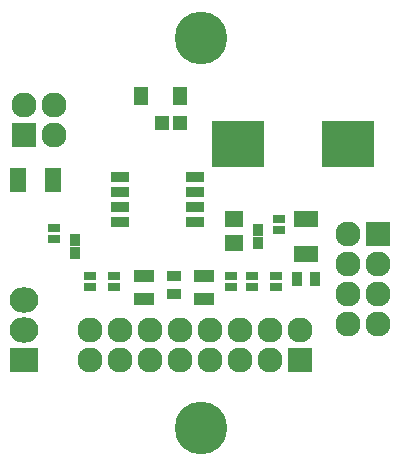
<source format=gts>
G04 #@! TF.FileFunction,Soldermask,Top*
%FSLAX46Y46*%
G04 Gerber Fmt 4.6, Leading zero omitted, Abs format (unit mm)*
G04 Created by KiCad (PCBNEW 4.0.2-stable) date Thursday, June 23, 2016 'PMt' 10:58:24 PM*
%MOMM*%
G01*
G04 APERTURE LIST*
%ADD10C,0.100000*%
%ADD11R,1.000000X0.800000*%
%ADD12R,2.127200X2.127200*%
%ADD13O,2.127200X2.127200*%
%ADD14R,1.543000X0.908000*%
%ADD15R,4.489400X3.905200*%
%ADD16R,1.400000X2.000000*%
%ADD17R,2.432000X2.127200*%
%ADD18O,2.432000X2.127200*%
%ADD19R,1.200000X1.150000*%
%ADD20R,0.900000X1.000000*%
%ADD21R,1.650000X1.400000*%
%ADD22R,2.000000X1.400000*%
%ADD23R,1.310000X1.620000*%
%ADD24C,4.464000*%
%ADD25R,1.700000X1.100000*%
%ADD26R,1.300000X0.900000*%
%ADD27R,0.900000X1.300000*%
G04 APERTURE END LIST*
D10*
D11*
X80518000Y-50938000D03*
X80518000Y-50038000D03*
D12*
X96266000Y-57150000D03*
D13*
X96266000Y-54610000D03*
X93726000Y-57150000D03*
X93726000Y-54610000D03*
X91186000Y-57150000D03*
X91186000Y-54610000D03*
X88646000Y-57150000D03*
X88646000Y-54610000D03*
X86106000Y-57150000D03*
X86106000Y-54610000D03*
X83566000Y-57150000D03*
X83566000Y-54610000D03*
X81026000Y-57150000D03*
X81026000Y-54610000D03*
X78486000Y-57150000D03*
X78486000Y-54610000D03*
D14*
X87376000Y-41656000D03*
X87376000Y-42926000D03*
X87376000Y-44196000D03*
X87376000Y-45466000D03*
X81026000Y-45466000D03*
X81026000Y-44196000D03*
X81026000Y-42926000D03*
X81026000Y-41656000D03*
D15*
X91059000Y-38862000D03*
X100330000Y-38862000D03*
D12*
X72898000Y-38100000D03*
D13*
X75438000Y-38100000D03*
X72898000Y-35560000D03*
X75438000Y-35560000D03*
D16*
X75390000Y-41910000D03*
X72390000Y-41910000D03*
D17*
X72898000Y-57150000D03*
D18*
X72898000Y-54610000D03*
X72898000Y-52070000D03*
D19*
X86106000Y-37084000D03*
X84606000Y-37084000D03*
D20*
X77216000Y-46990000D03*
X77216000Y-48090000D03*
X92710000Y-47244000D03*
X92710000Y-46144000D03*
D21*
X90678000Y-47244000D03*
X90678000Y-45244000D03*
D22*
X96774000Y-48212000D03*
X96774000Y-45212000D03*
D23*
X86106000Y-34798000D03*
X82836000Y-34798000D03*
D12*
X102870000Y-46482000D03*
D13*
X100330000Y-46482000D03*
X102870000Y-49022000D03*
X100330000Y-49022000D03*
X102870000Y-51562000D03*
X100330000Y-51562000D03*
X102870000Y-54102000D03*
X100330000Y-54102000D03*
D24*
X87884000Y-29845000D03*
X87884000Y-62865000D03*
D11*
X78486000Y-50938000D03*
X78486000Y-50038000D03*
D25*
X83058000Y-51938000D03*
X83058000Y-50038000D03*
D26*
X85598000Y-51538000D03*
X85598000Y-50038000D03*
D25*
X88138000Y-51938000D03*
X88138000Y-50038000D03*
D11*
X90424000Y-50938000D03*
X90424000Y-50038000D03*
X92202000Y-50938000D03*
X92202000Y-50038000D03*
X94234000Y-50938000D03*
X94234000Y-50038000D03*
X94488000Y-45212000D03*
X94488000Y-46112000D03*
D27*
X97536000Y-50292000D03*
X96036000Y-50292000D03*
D11*
X75438000Y-45974000D03*
X75438000Y-46874000D03*
M02*

</source>
